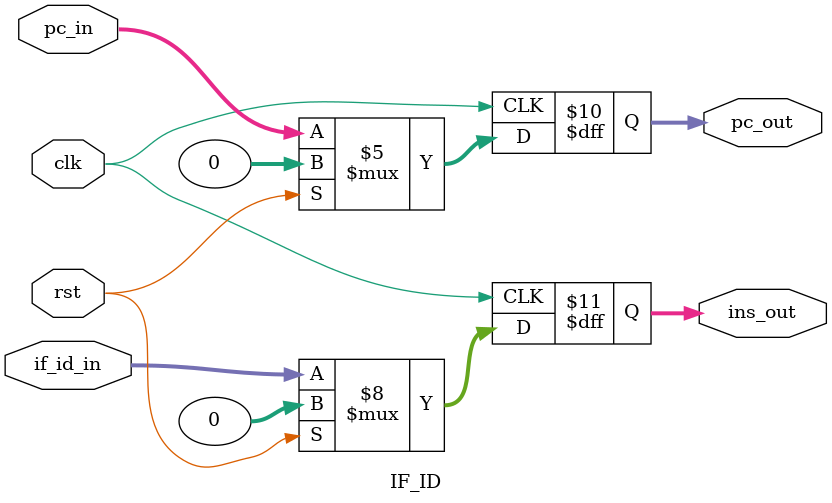
<source format=v>

module IF_ID (

	input clk,
	input rst,
	input [31:0] if_id_in,
	input [31:0] pc_in,
	output reg [31:0] pc_out,
	output reg [31:0] ins_out);
	
	initial begin
	
		ins_out = 0;
		pc_out = 0;
	
	end
	
	always @(posedge clk) begin
	
		if(rst == 1'b1) begin
		
			ins_out <= 0;
			pc_out <= 0;	
			
		end
		
		else begin
		
			ins_out <= if_id_in;
			pc_out <= pc_in;
			
		end
		
	end
	
endmodule

</source>
